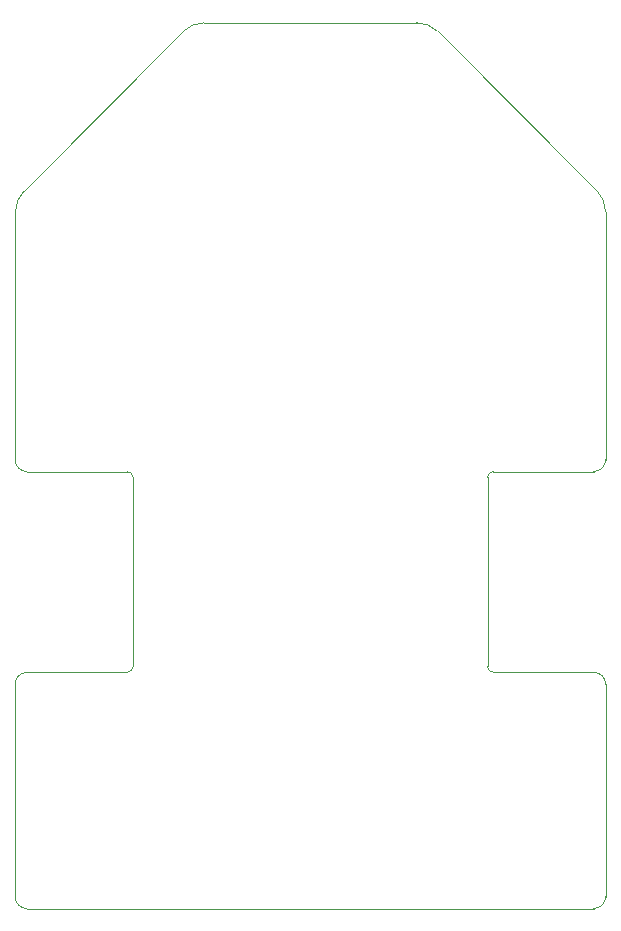
<source format=gbr>
G04 #@! TF.GenerationSoftware,KiCad,Pcbnew,5.1.7-a382d34a8~87~ubuntu18.04.1*
G04 #@! TF.CreationDate,2020-11-02T16:56:13+01:00*
G04 #@! TF.ProjectId,debug_station,64656275-675f-4737-9461-74696f6e2e6b,rev?*
G04 #@! TF.SameCoordinates,Original*
G04 #@! TF.FileFunction,Profile,NP*
%FSLAX46Y46*%
G04 Gerber Fmt 4.6, Leading zero omitted, Abs format (unit mm)*
G04 Created by KiCad (PCBNEW 5.1.7-a382d34a8~87~ubuntu18.04.1) date 2020-11-02 16:56:13*
%MOMM*%
%LPD*%
G01*
G04 APERTURE LIST*
G04 #@! TA.AperFunction,Profile*
%ADD10C,0.050000*%
G04 #@! TD*
G04 APERTURE END LIST*
D10*
X13000000Y-161000000D02*
G75*
G02*
X12000000Y-160000000I0J1000000D01*
G01*
X46000000Y-123000000D02*
G75*
G02*
X47767767Y-123732233I0J-2500000D01*
G01*
X61267767Y-137232233D02*
G75*
G02*
X62000000Y-139000000I-1767767J-1767767D01*
G01*
X26232233Y-123732233D02*
G75*
G02*
X28000000Y-123000000I1767767J-1767767D01*
G01*
X12025128Y-139000000D02*
G75*
G02*
X12750001Y-137250001I2474872J0D01*
G01*
X62000000Y-160000000D02*
G75*
G02*
X61000000Y-161000000I-1000000J0D01*
G01*
X52000000Y-161500000D02*
G75*
G02*
X52500000Y-161000000I500000J0D01*
G01*
X52500000Y-178000000D02*
G75*
G02*
X52000000Y-177500000I0J500000D01*
G01*
X61000000Y-178000000D02*
G75*
G02*
X62000000Y-179000000I0J-1000000D01*
G01*
X62000000Y-197000000D02*
G75*
G02*
X61000000Y-198000000I-1000000J0D01*
G01*
X13000000Y-198000000D02*
G75*
G02*
X12000000Y-197000000I0J1000000D01*
G01*
X12000000Y-179000000D02*
G75*
G02*
X13000000Y-178000000I1000000J0D01*
G01*
X22000000Y-177500000D02*
G75*
G02*
X21500000Y-178000000I-500000J0D01*
G01*
X21500000Y-161000000D02*
G75*
G02*
X22000000Y-161500000I0J-500000D01*
G01*
X52500000Y-178000000D02*
X52500000Y-178000000D01*
X12000000Y-179000000D02*
X12000000Y-183000000D01*
X21500000Y-178000000D02*
X13000000Y-178000000D01*
X62000000Y-179000000D02*
X62000000Y-183000000D01*
X52500000Y-178000000D02*
X61000000Y-178000000D01*
X62000000Y-160000000D02*
X62000000Y-158000000D01*
X52500000Y-161000000D02*
X61000000Y-161000000D01*
X12000000Y-158000000D02*
X12000000Y-160000000D01*
X47767767Y-123732233D02*
X61267767Y-137232233D01*
X62000000Y-183000000D02*
X62000000Y-197000000D01*
X52000000Y-161500000D02*
X52000000Y-177500000D01*
X62000000Y-139000000D02*
X62000000Y-158000000D01*
X12000000Y-158000000D02*
X12025128Y-139000000D01*
X21500000Y-161000000D02*
X13000000Y-161000000D01*
X22000000Y-177500000D02*
X22000000Y-161500000D01*
X12000000Y-197000000D02*
X12000000Y-183000000D01*
X61000000Y-198000000D02*
X13000000Y-198000000D01*
X28000000Y-123000000D02*
X46000000Y-123000000D01*
X12750001Y-137250001D02*
X26232233Y-123732233D01*
M02*

</source>
